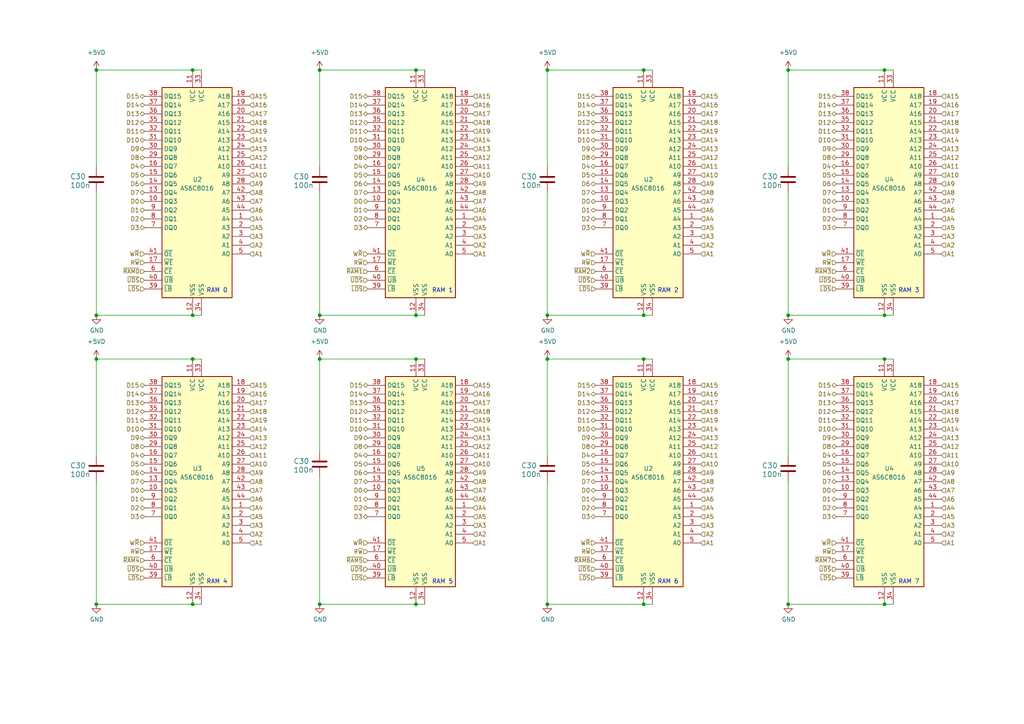
<source format=kicad_sch>
(kicad_sch (version 20230121) (generator eeschema)
  (paper "A4")
  (title_block (title "rosco_m68k Super Board") (date "2024-02-11") (rev "0") (company "The Really Old-School Company Limited & XarkLabs") (comment 1 "Copyright (c)2023") (comment 2 "CERN OHL & MIT License") (comment 3 "Featuring Xosera & MarkM's IDE"))
  (lib_symbols
    (symbol "Device:C" (pin_numbers hide) (pin_names (offset 0.254))
      (property "Reference" "C" (at 0.635 2.54 0))
      (property "Value" "C" (at 0.635 -2.54 0))
      (symbol "C_0_1"
        (polyline (pts (xy -2.032 -0.762) (xy 2.032 -0.762)) (stroke (width 0.508)))
        (polyline (pts (xy -2.032 0.762) (xy 2.032 0.762)) (stroke (width 0.508)))
      )
      (symbol "C_1_1"
        (pin passive line (at 0 3.81 270) (length 2.794) (name "~") (number "1"))
        (pin passive line (at 0 -3.81 90) (length 2.794) (name "~") (number "2"))
      )
    )
    (symbol "Memory_RAM:AS6C4016-TSOP-II"
      (property "Reference" "U" (at 0 0 0))
      (symbol "AS6C4016-TSOP-II_0_1"
        (rectangle (start -10.16 29.21) (end 10.16 -31.75) (stroke (width 0.254)) (fill (type background)))
      )
      (symbol "AS6C4016-TSOP-II_1_1"
        (pin input line (at 15.24 -8.89 180) (length 5.08) (name "A4") (number "1"))
        (pin bidirectional line (at -15.24 -3.81 0) (length 5.08) (name "DQ3") (number "10"))
        (pin power_in line (at -1.27 34.29 270) (length 5.08) (name "VCC") (number "11"))
        (pin power_in line (at -1.27 -36.83 90) (length 5.08) (name "VSS") (number "12"))
        (pin bidirectional line (at -15.24 -1.27 0) (length 5.08) (name "DQ4") (number "13"))
        (pin bidirectional line (at -15.24 1.27 0) (length 5.08) (name "DQ5") (number "14"))
        (pin bidirectional line (at -15.24 3.81 0) (length 5.08) (name "DQ6") (number "15"))
        (pin bidirectional line (at -15.24 6.35 0) (length 5.08) (name "DQ7") (number "16"))
        (pin input line (at -15.24 -21.59 0) (length 5.08) (name "~{WE}") (number "17"))
        (pin input line (at 15.24 26.67 180) (length 5.08) (name "A18") (number "18"))
        (pin input line (at 15.24 24.13 180) (length 5.08) (name "A17") (number "19"))
        (pin input line (at 15.24 -11.43 180) (length 5.08) (name "A3") (number "2"))
        (pin input line (at 15.24 21.59 180) (length 5.08) (name "A16") (number "20"))
        (pin input line (at 15.24 19.05 180) (length 5.08) (name "A15") (number "21"))
        (pin input line (at 15.24 16.51 180) (length 5.08) (name "A14") (number "22"))
        (pin input line (at 15.24 13.97 180) (length 5.08) (name "A13") (number "23"))
        (pin input line (at 15.24 11.43 180) (length 5.08) (name "A12") (number "24"))
        (pin input line (at 15.24 8.89 180) (length 5.08) (name "A11") (number "25"))
        (pin input line (at 15.24 6.35 180) (length 5.08) (name "A10") (number "26"))
        (pin input line (at 15.24 3.81 180) (length 5.08) (name "A9") (number "27"))
        (pin input line (at 15.24 1.27 180) (length 5.08) (name "A8") (number "28"))
        (pin bidirectional line (at -15.24 8.89 0) (length 5.08) (name "DQ8") (number "29"))
        (pin input line (at 15.24 -13.97 180) (length 5.08) (name "A2") (number "3"))
        (pin bidirectional line (at -15.24 11.43 0) (length 5.08) (name "DQ9") (number "30"))
        (pin bidirectional line (at -15.24 13.97 0) (length 5.08) (name "DQ10") (number "31"))
        (pin bidirectional line (at -15.24 16.51 0) (length 5.08) (name "DQ11") (number "32"))
        (pin power_in line (at 1.27 34.29 270) (length 5.08) (name "VCC") (number "33"))
        (pin power_in line (at 1.27 -36.83 90) (length 5.08) (name "VSS") (number "34"))
        (pin bidirectional line (at -15.24 19.05 0) (length 5.08) (name "DQ12") (number "35"))
        (pin bidirectional line (at -15.24 21.59 0) (length 5.08) (name "DQ13") (number "36"))
        (pin bidirectional line (at -15.24 24.13 0) (length 5.08) (name "DQ14") (number "37"))
        (pin bidirectional line (at -15.24 26.67 0) (length 5.08) (name "DQ15") (number "38"))
        (pin input line (at -15.24 -29.21 0) (length 5.08) (name "~{LB}") (number "39"))
        (pin input line (at 15.24 -16.51 180) (length 5.08) (name "A1") (number "4"))
        (pin input line (at -15.24 -26.67 0) (length 5.08) (name "~{UB}") (number "40"))
        (pin input line (at -15.24 -19.05 0) (length 5.08) (name "~{OE}") (number "41"))
        (pin input line (at 15.24 -1.27 180) (length 5.08) (name "A7") (number "42"))
        (pin input line (at 15.24 -3.81 180) (length 5.08) (name "A6") (number "43"))
        (pin input line (at 15.24 -6.35 180) (length 5.08) (name "A5") (number "44"))
        (pin input line (at 15.24 -19.05 180) (length 5.08) (name "A0") (number "5"))
        (pin input line (at -15.24 -24.13 0) (length 5.08) (name "~{CE}") (number "6"))
        (pin bidirectional line (at -15.24 -11.43 0) (length 5.08) (name "DQ0") (number "7"))
        (pin bidirectional line (at -15.24 -8.89 0) (length 5.08) (name "DQ1") (number "8"))
        (pin bidirectional line (at -15.24 -6.35 0) (length 5.08) (name "DQ2") (number "9"))
      )
    )
    (symbol "power:+5VD" (power) (pin_names (offset 0))
      (property "Value" "+5VD" (at 0 3.556 0))
      (symbol "+5VD_0_1"
        (polyline (pts (xy -0.762 1.27) (xy 0 2.54)))
        (polyline (pts (xy 0 0) (xy 0 2.54)))
        (polyline (pts (xy 0 2.54) (xy 0.762 1.27)))
      )
      (symbol "+5VD_1_1"
        (pin power_in line (at 0 0 90) (length 0) hide (name "+5VD") (number "1"))
      )
    )
    (symbol "power:GND" (power) (pin_names (offset 0))
      (property "Value" "GND" (at 0 -3.81 0))
      (symbol "GND_0_1"
        (polyline (pts (xy 0 0) (xy 0 -1.27) (xy 1.27 -1.27) (xy 0 -2.54) (xy -1.27 -1.27) (xy 0 -1.27)))
      )
      (symbol "GND_1_1"
        (pin power_in line (at 0 0 270) (length 0) hide (name "GND") (number "1"))
      )
    )
  )
  (junction (at 55.88 175.26))
  (junction (at 256.54 20.32))
  (junction (at 120.65 104.14))
  (junction (at 186.69 104.14))
  (junction (at 27.94 20.32))
  (junction (at 228.6 104.14))
  (junction (at 120.65 175.26))
  (junction (at 27.94 175.26))
  (junction (at 92.71 104.14))
  (junction (at 55.88 91.44))
  (junction (at 158.75 104.14))
  (junction (at 186.69 20.32))
  (junction (at 120.65 20.32))
  (junction (at 120.65 91.44))
  (junction (at 186.69 91.44))
  (junction (at 27.94 104.14))
  (junction (at 158.75 20.32))
  (junction (at 55.88 104.14))
  (junction (at 228.6 91.44))
  (junction (at 256.54 175.26))
  (junction (at 92.71 175.26))
  (junction (at 92.71 20.32))
  (junction (at 256.54 91.44))
  (junction (at 186.69 175.26))
  (junction (at 228.6 175.26))
  (junction (at 92.71 91.44))
  (junction (at 27.94 91.44))
  (junction (at 158.75 175.26))
  (junction (at 55.88 20.32))
  (junction (at 228.6 20.32))
  (junction (at 256.54 104.14))
  (junction (at 158.75 91.44))
  (wire (pts (xy 27.94 91.44) (xy 55.88 91.44)))
  (wire (pts (xy 228.6 104.14) (xy 228.6 132.08)))
  (wire (pts (xy 228.6 139.7) (xy 228.6 175.26)))
  (wire (pts (xy 186.69 175.26) (xy 189.23 175.26)))
  (wire (pts (xy 158.75 55.88) (xy 158.75 91.44)))
  (wire (pts (xy 186.69 20.32) (xy 189.23 20.32)))
  (wire (pts (xy 256.54 20.32) (xy 228.6 20.32)))
  (wire (pts (xy 256.54 104.14) (xy 259.08 104.14)))
  (wire (pts (xy 92.71 20.32) (xy 92.71 48.26)))
  (wire (pts (xy 55.88 175.26) (xy 58.42 175.26)))
  (wire (pts (xy 92.71 175.26) (xy 120.65 175.26)))
  (wire (pts (xy 120.65 175.26) (xy 123.19 175.26)))
  (wire (pts (xy 158.75 91.44) (xy 186.69 91.44)))
  (wire (pts (xy 55.88 20.32) (xy 58.42 20.32)))
  (wire (pts (xy 256.54 104.14) (xy 228.6 104.14)))
  (wire (pts (xy 158.75 20.32) (xy 158.75 48.26)))
  (wire (pts (xy 186.69 104.14) (xy 158.75 104.14)))
  (wire (pts (xy 228.6 55.88) (xy 228.6 91.44)))
  (wire (pts (xy 228.6 175.26) (xy 256.54 175.26)))
  (wire (pts (xy 55.88 91.44) (xy 58.42 91.44)))
  (wire (pts (xy 256.54 91.44) (xy 259.08 91.44)))
  (wire (pts (xy 27.94 55.88) (xy 27.94 91.44)))
  (wire (pts (xy 55.88 104.14) (xy 27.94 104.14)))
  (wire (pts (xy 186.69 91.44) (xy 189.23 91.44)))
  (wire (pts (xy 120.65 91.44) (xy 123.19 91.44)))
  (wire (pts (xy 92.71 104.14) (xy 92.71 130.81)))
  (wire (pts (xy 256.54 175.26) (xy 259.08 175.26)))
  (wire (pts (xy 120.65 104.14) (xy 123.19 104.14)))
  (wire (pts (xy 27.94 20.32) (xy 27.94 48.26)))
  (wire (pts (xy 55.88 20.32) (xy 27.94 20.32)))
  (wire (pts (xy 55.88 104.14) (xy 58.42 104.14)))
  (wire (pts (xy 27.94 104.14) (xy 27.94 132.08)))
  (wire (pts (xy 228.6 20.32) (xy 228.6 48.26)))
  (wire (pts (xy 92.71 91.44) (xy 120.65 91.44)))
  (wire (pts (xy 92.71 55.88) (xy 92.71 91.44)))
  (wire (pts (xy 256.54 20.32) (xy 259.08 20.32)))
  (wire (pts (xy 228.6 91.44) (xy 256.54 91.44)))
  (wire (pts (xy 27.94 139.7) (xy 27.94 175.26)))
  (wire (pts (xy 120.65 20.32) (xy 92.71 20.32)))
  (wire (pts (xy 27.94 175.26) (xy 55.88 175.26)))
  (wire (pts (xy 120.65 104.14) (xy 92.71 104.14)))
  (wire (pts (xy 120.65 20.32) (xy 123.19 20.32)))
  (wire (pts (xy 92.71 138.43) (xy 92.71 175.26)))
  (wire (pts (xy 158.75 175.26) (xy 186.69 175.26)))
  (wire (pts (xy 186.69 104.14) (xy 189.23 104.14)))
  (wire (pts (xy 158.75 104.14) (xy 158.75 132.08)))
  (wire (pts (xy 158.75 139.7) (xy 158.75 175.26)))
  (wire (pts (xy 186.69 20.32) (xy 158.75 20.32)))
  (text "RAM 3" (at 266.7 85.09 0) (effects (font (size 1.27 1.27)) (justify right bottom)))
  (text "RAM 5" (at 131.445 169.545 0) (effects (font (size 1.27 1.27)) (justify right bottom)))
  (text "RAM 1" (at 131.445 85.09 0) (effects (font (size 1.27 1.27)) (justify right bottom)))
  (text "RAM 4" (at 66.04 169.545 0) (effects (font (size 1.27 1.27)) (justify right bottom)))
  (text "RAM 6" (at 196.85 169.545 0) (effects (font (size 1.27 1.27)) (justify right bottom)))
  (text "RAM 7" (at 266.7 169.545 0) (effects (font (size 1.27 1.27)) (justify right bottom)))
  (text "RAM 2" (at 196.85 85.09 0) (effects (font (size 1.27 1.27)) (justify right bottom)))
  (text "RAM 0" (at 66.04 85.09 0) (effects (font (size 1.27 1.27)) (justify right bottom)))
  (hierarchical_label "A5" (shape input) (at 72.39 149.86 0))
  (hierarchical_label "A14" (shape input) (at 137.16 124.46 0))
  (hierarchical_label "~{LDS}" (shape input) (at 106.68 83.82 180) (effects (font (size 1.1938 1.1938))))
  (hierarchical_label "R~{W}" (shape input) (at 242.57 160.02 180) (effects (font (size 1.1938 1.1938))))
  (hierarchical_label "D7" (shape bidirectional) (at 242.57 55.88 180))
  (hierarchical_label "A19" (shape input) (at 72.39 121.92 0))
  (hierarchical_label "~{UDS}" (shape input) (at 41.91 165.1 180) (effects (font (size 1.1938 1.1938))))
  (hierarchical_label "A2" (shape input) (at 203.2 154.94 0))
  (hierarchical_label "A14" (shape input) (at 137.16 40.64 0))
  (hierarchical_label "D13" (shape bidirectional) (at 41.91 33.02 180))
  (hierarchical_label "A12" (shape input) (at 72.39 45.72 0))
  (hierarchical_label "D10" (shape bidirectional) (at 106.68 124.46 180))
  (hierarchical_label "A13" (shape input) (at 203.2 127 0))
  (hierarchical_label "D10" (shape bidirectional) (at 172.72 124.46 180))
  (hierarchical_label "~{RAM1}" (shape input) (at 106.68 78.74 180) (effects (font (size 1.1938 1.1938))))
  (hierarchical_label "W~{R}" (shape input) (at 106.68 73.66 180))
  (hierarchical_label "A9" (shape input) (at 72.39 53.34 0))
  (hierarchical_label "A19" (shape input) (at 273.05 38.1 0))
  (hierarchical_label "A12" (shape input) (at 137.16 129.54 0))
  (hierarchical_label "A6" (shape input) (at 137.16 144.78 0))
  (hierarchical_label "D8" (shape bidirectional) (at 242.57 45.72 180))
  (hierarchical_label "A11" (shape input) (at 273.05 132.08 0))
  (hierarchical_label "A6" (shape input) (at 203.2 60.96 0))
  (hierarchical_label "D10" (shape bidirectional) (at 172.72 40.64 180))
  (hierarchical_label "A10" (shape input) (at 72.39 50.8 0))
  (hierarchical_label "D13" (shape bidirectional) (at 106.68 116.84 180))
  (hierarchical_label "D3" (shape bidirectional) (at 242.57 149.86 180))
  (hierarchical_label "D0" (shape bidirectional) (at 172.72 58.42 180))
  (hierarchical_label "~{LDS}" (shape input) (at 106.68 167.64 180) (effects (font (size 1.1938 1.1938))))
  (hierarchical_label "A4" (shape input) (at 137.16 63.5 0))
  (hierarchical_label "A14" (shape input) (at 203.2 124.46 0))
  (hierarchical_label "A8" (shape input) (at 203.2 139.7 0))
  (hierarchical_label "A17" (shape input) (at 137.16 33.02 0))
  (hierarchical_label "D9" (shape bidirectional) (at 41.91 127 180))
  (hierarchical_label "D12" (shape bidirectional) (at 242.57 119.38 180))
  (hierarchical_label "D9" (shape bidirectional) (at 242.57 43.18 180))
  (hierarchical_label "D12" (shape bidirectional) (at 172.72 119.38 180))
  (hierarchical_label "D6" (shape bidirectional) (at 106.68 137.16 180))
  (hierarchical_label "D8" (shape bidirectional) (at 41.91 129.54 180))
  (hierarchical_label "A18" (shape input) (at 273.05 119.38 0))
  (hierarchical_label "A19" (shape input) (at 137.16 121.92 0))
  (hierarchical_label "D11" (shape bidirectional) (at 172.72 38.1 180))
  (hierarchical_label "D1" (shape bidirectional) (at 106.68 144.78 180))
  (hierarchical_label "A4" (shape input) (at 72.39 63.5 0))
  (hierarchical_label "D1" (shape bidirectional) (at 41.91 60.96 180))
  (hierarchical_label "A5" (shape input) (at 203.2 66.04 0))
  (hierarchical_label "D0" (shape bidirectional) (at 106.68 58.42 180))
  (hierarchical_label "~{RAM6}" (shape input) (at 172.72 162.56 180) (effects (font (size 1.1938 1.1938))))
  (hierarchical_label "D3" (shape bidirectional) (at 172.72 149.86 180))
  (hierarchical_label "A14" (shape input) (at 273.05 40.64 0))
  (hierarchical_label "A1" (shape input) (at 203.2 73.66 0))
  (hierarchical_label "A4" (shape input) (at 273.05 147.32 0))
  (hierarchical_label "A19" (shape input) (at 137.16 38.1 0))
  (hierarchical_label "D10" (shape bidirectional) (at 41.91 124.46 180))
  (hierarchical_label "A11" (shape input) (at 203.2 48.26 0))
  (hierarchical_label "D15" (shape bidirectional) (at 41.91 111.76 180))
  (hierarchical_label "A10" (shape input) (at 273.05 50.8 0))
  (hierarchical_label "D13" (shape bidirectional) (at 172.72 116.84 180))
  (hierarchical_label "D15" (shape bidirectional) (at 106.68 111.76 180))
  (hierarchical_label "D2" (shape bidirectional) (at 172.72 63.5 180))
  (hierarchical_label "A5" (shape input) (at 72.39 66.04 0))
  (hierarchical_label "A11" (shape input) (at 72.39 48.26 0))
  (hierarchical_label "A5" (shape input) (at 273.05 149.86 0))
  (hierarchical_label "D10" (shape bidirectional) (at 242.57 40.64 180))
  (hierarchical_label "A4" (shape input) (at 203.2 63.5 0))
  (hierarchical_label "D13" (shape bidirectional) (at 41.91 116.84 180))
  (hierarchical_label "D8" (shape bidirectional) (at 106.68 45.72 180))
  (hierarchical_label "D9" (shape bidirectional) (at 242.57 127 180))
  (hierarchical_label "W~{R}" (shape input) (at 41.91 157.48 180))
  (hierarchical_label "D4" (shape bidirectional) (at 41.91 132.08 180))
  (hierarchical_label "D13" (shape bidirectional) (at 242.57 33.02 180))
  (hierarchical_label "~{LDS}" (shape input) (at 172.72 167.64 180) (effects (font (size 1.1938 1.1938))))
  (hierarchical_label "~{UDS}" (shape input) (at 242.57 165.1 180) (effects (font (size 1.1938 1.1938))))
  (hierarchical_label "D4" (shape bidirectional) (at 41.91 48.26 180))
  (hierarchical_label "A2" (shape input) (at 72.39 71.12 0))
  (hierarchical_label "D2" (shape bidirectional) (at 106.68 63.5 180))
  (hierarchical_label "D14" (shape bidirectional) (at 242.57 30.48 180))
  (hierarchical_label "A1" (shape input) (at 203.2 157.48 0))
  (hierarchical_label "R~{W}" (shape input) (at 242.57 76.2 180) (effects (font (size 1.1938 1.1938))))
  (hierarchical_label "A16" (shape input) (at 72.39 114.3 0))
  (hierarchical_label "A14" (shape input) (at 72.39 124.46 0))
  (hierarchical_label "A7" (shape input) (at 273.05 142.24 0))
  (hierarchical_label "A18" (shape input) (at 72.39 35.56 0))
  (hierarchical_label "A17" (shape input) (at 72.39 116.84 0))
  (hierarchical_label "A6" (shape input) (at 203.2 144.78 0))
  (hierarchical_label "A17" (shape input) (at 203.2 116.84 0))
  (hierarchical_label "D12" (shape bidirectional) (at 106.68 119.38 180))
  (hierarchical_label "A13" (shape input) (at 273.05 127 0))
  (hierarchical_label "D6" (shape bidirectional) (at 41.91 137.16 180))
  (hierarchical_label "~{UDS}" (shape input) (at 106.68 165.1 180) (effects (font (size 1.1938 1.1938))))
  (hierarchical_label "D0" (shape bidirectional) (at 242.57 58.42 180))
  (hierarchical_label "D5" (shape bidirectional) (at 242.57 50.8 180))
  (hierarchical_label "A15" (shape input) (at 203.2 111.76 0))
  (hierarchical_label "R~{W}" (shape input) (at 106.68 160.02 180) (effects (font (size 1.1938 1.1938))))
  (hierarchical_label "D4" (shape bidirectional) (at 172.72 132.08 180))
  (hierarchical_label "~{LDS}" (shape input) (at 242.57 167.64 180) (effects (font (size 1.1938 1.1938))))
  (hierarchical_label "D2" (shape bidirectional) (at 172.72 147.32 180))
  (hierarchical_label "A15" (shape input) (at 273.05 111.76 0))
  (hierarchical_label "D14" (shape bidirectional) (at 172.72 30.48 180))
  (hierarchical_label "D7" (shape bidirectional) (at 41.91 55.88 180))
  (hierarchical_label "A19" (shape input) (at 273.05 121.92 0))
  (hierarchical_label "D4" (shape bidirectional) (at 172.72 48.26 180))
  (hierarchical_label "A19" (shape input) (at 203.2 121.92 0))
  (hierarchical_label "D8" (shape bidirectional) (at 172.72 45.72 180))
  (hierarchical_label "A7" (shape input) (at 203.2 58.42 0))
  (hierarchical_label "D0" (shape bidirectional) (at 106.68 142.24 180))
  (hierarchical_label "D8" (shape bidirectional) (at 242.57 129.54 180))
  (hierarchical_label "A8" (shape input) (at 273.05 139.7 0))
  (hierarchical_label "D3" (shape bidirectional) (at 41.91 66.04 180))
  (hierarchical_label "D7" (shape bidirectional) (at 242.57 139.7 180))
  (hierarchical_label "D14" (shape bidirectional) (at 41.91 114.3 180))
  (hierarchical_label "A17" (shape input) (at 203.2 33.02 0))
  (hierarchical_label "~{UDS}" (shape input) (at 242.57 81.28 180) (effects (font (size 1.1938 1.1938))))
  (hierarchical_label "A9" (shape input) (at 273.05 137.16 0))
  (hierarchical_label "A7" (shape input) (at 72.39 142.24 0))
  (hierarchical_label "D8" (shape bidirectional) (at 172.72 129.54 180))
  (hierarchical_label "A12" (shape input) (at 273.05 129.54 0))
  (hierarchical_label "D1" (shape bidirectional) (at 106.68 60.96 180))
  (hierarchical_label "A17" (shape input) (at 273.05 116.84 0))
  (hierarchical_label "A4" (shape input) (at 203.2 147.32 0))
  (hierarchical_label "D14" (shape bidirectional) (at 106.68 30.48 180))
  (hierarchical_label "D10" (shape bidirectional) (at 106.68 40.64 180))
  (hierarchical_label "W~{R}" (shape input) (at 242.57 157.48 180))
  (hierarchical_label "A16" (shape input) (at 273.05 114.3 0))
  (hierarchical_label "A9" (shape input) (at 273.05 53.34 0))
  (hierarchical_label "D11" (shape bidirectional) (at 106.68 121.92 180))
  (hierarchical_label "A7" (shape input) (at 72.39 58.42 0))
  (hierarchical_label "D14" (shape bidirectional) (at 41.91 30.48 180))
  (hierarchical_label "R~{W}" (shape input) (at 41.91 160.02 180) (effects (font (size 1.1938 1.1938))))
  (hierarchical_label "D1" (shape bidirectional) (at 242.57 144.78 180))
  (hierarchical_label "A5" (shape input) (at 137.16 149.86 0))
  (hierarchical_label "D11" (shape bidirectional) (at 41.91 121.92 180))
  (hierarchical_label "A7" (shape input) (at 137.16 58.42 0))
  (hierarchical_label "A1" (shape input) (at 137.16 157.48 0))
  (hierarchical_label "A9" (shape input) (at 203.2 53.34 0))
  (hierarchical_label "A12" (shape input) (at 273.05 45.72 0))
  (hierarchical_label "D5" (shape bidirectional) (at 106.68 134.62 180))
  (hierarchical_label "D11" (shape bidirectional) (at 242.57 38.1 180))
  (hierarchical_label "A6" (shape input) (at 273.05 60.96 0))
  (hierarchical_label "A8" (shape input) (at 137.16 55.88 0))
  (hierarchical_label "D5" (shape bidirectional) (at 106.68 50.8 180))
  (hierarchical_label "D6" (shape bidirectional) (at 106.68 53.34 180))
  (hierarchical_label "D11" (shape bidirectional) (at 106.68 38.1 180))
  (hierarchical_label "A13" (shape input) (at 72.39 127 0))
  (hierarchical_label "D6" (shape bidirectional) (at 242.57 53.34 180))
  (hierarchical_label "A10" (shape input) (at 203.2 134.62 0))
  (hierarchical_label "D14" (shape bidirectional) (at 242.57 114.3 180))
  (hierarchical_label "D12" (shape bidirectional) (at 242.57 35.56 180))
  (hierarchical_label "W~{R}" (shape input) (at 172.72 73.66 180))
  (hierarchical_label "D15" (shape bidirectional) (at 41.91 27.94 180))
  (hierarchical_label "D4" (shape bidirectional) (at 106.68 132.08 180))
  (hierarchical_label "A6" (shape input) (at 72.39 60.96 0))
  (hierarchical_label "A4" (shape input) (at 137.16 147.32 0))
  (hierarchical_label "W~{R}" (shape input) (at 242.57 73.66 180))
  (hierarchical_label "A10" (shape input) (at 137.16 134.62 0))
  (hierarchical_label "D1" (shape bidirectional) (at 41.91 144.78 180))
  (hierarchical_label "A18" (shape input) (at 72.39 119.38 0))
  (hierarchical_label "D1" (shape bidirectional) (at 242.57 60.96 180))
  (hierarchical_label "D15" (shape bidirectional) (at 242.57 27.94 180))
  (hierarchical_label "A16" (shape input) (at 137.16 114.3 0))
  (hierarchical_label "A12" (shape input) (at 137.16 45.72 0))
  (hierarchical_label "~{RAM5}" (shape input) (at 106.68 162.56 180) (effects (font (size 1.1938 1.1938))))
  (hierarchical_label "A18" (shape input) (at 273.05 35.56 0))
  (hierarchical_label "R~{W}" (shape input) (at 172.72 160.02 180) (effects (font (size 1.1938 1.1938))))
  (hierarchical_label "A11" (shape input) (at 137.16 132.08 0))
  (hierarchical_label "A5" (shape input) (at 137.16 66.04 0))
  (hierarchical_label "~{LDS}" (shape input) (at 41.91 167.64 180) (effects (font (size 1.1938 1.1938))))
  (hierarchical_label "A3" (shape input) (at 72.39 68.58 0))
  (hierarchical_label "A4" (shape input) (at 72.39 147.32 0))
  (hierarchical_label "D9" (shape bidirectional) (at 172.72 127 180))
  (hierarchical_label "R~{W}" (shape input) (at 41.91 76.2 180) (effects (font (size 1.1938 1.1938))))
  (hierarchical_label "A3" (shape input) (at 203.2 152.4 0))
  (hierarchical_label "A16" (shape input) (at 137.16 30.48 0))
  (hierarchical_label "A11" (shape input) (at 137.16 48.26 0))
  (hierarchical_label "~{LDS}" (shape input) (at 172.72 83.82 180) (effects (font (size 1.1938 1.1938))))
  (hierarchical_label "A19" (shape input) (at 72.39 38.1 0))
  (hierarchical_label "D2" (shape bidirectional) (at 242.57 63.5 180))
  (hierarchical_label "D3" (shape bidirectional) (at 106.68 149.86 180))
  (hierarchical_label "A12" (shape input) (at 203.2 129.54 0))
  (hierarchical_label "D10" (shape bidirectional) (at 41.91 40.64 180))
  (hierarchical_label "D6" (shape bidirectional) (at 242.57 137.16 180))
  (hierarchical_label "A4" (shape input) (at 273.05 63.5 0))
  (hierarchical_label "A2" (shape input) (at 137.16 154.94 0))
  (hierarchical_label "W~{R}" (shape input) (at 172.72 157.48 180))
  (hierarchical_label "D0" (shape bidirectional) (at 172.72 142.24 180))
  (hierarchical_label "A9" (shape input) (at 72.39 137.16 0))
  (hierarchical_label "D5" (shape bidirectional) (at 41.91 50.8 180))
  (hierarchical_label "D0" (shape bidirectional) (at 41.91 58.42 180))
  (hierarchical_label "D12" (shape bidirectional) (at 41.91 35.56 180))
  (hierarchical_label "A7" (shape input) (at 273.05 58.42 0))
  (hierarchical_label "A8" (shape input) (at 72.39 55.88 0))
  (hierarchical_label "A9" (shape input) (at 137.16 53.34 0))
  (hierarchical_label "D2" (shape bidirectional) (at 41.91 63.5 180))
  (hierarchical_label "D10" (shape bidirectional) (at 242.57 124.46 180))
  (hierarchical_label "D12" (shape bidirectional) (at 41.91 119.38 180))
  (hierarchical_label "D11" (shape bidirectional) (at 242.57 121.92 180))
  (hierarchical_label "A16" (shape input) (at 72.39 30.48 0))
  (hierarchical_label "A9" (shape input) (at 203.2 137.16 0))
  (hierarchical_label "A13" (shape input) (at 137.16 127 0))
  (hierarchical_label "A2" (shape input) (at 137.16 71.12 0))
  (hierarchical_label "A13" (shape input) (at 273.05 43.18 0))
  (hierarchical_label "A5" (shape input) (at 203.2 149.86 0))
  (hierarchical_label "W~{R}" (shape input) (at 106.68 157.48 180))
  (hierarchical_label "D14" (shape bidirectional) (at 106.68 114.3 180))
  (hierarchical_label "~{UDS}" (shape input) (at 106.68 81.28 180) (effects (font (size 1.1938 1.1938))))
  (hierarchical_label "D2" (shape bidirectional) (at 106.68 147.32 180))
  (hierarchical_label "D4" (shape bidirectional) (at 106.68 48.26 180))
  (hierarchical_label "A3" (shape input) (at 137.16 152.4 0))
  (hierarchical_label "D2" (shape bidirectional) (at 41.91 147.32 180))
  (hierarchical_label "A16" (shape input) (at 203.2 114.3 0))
  (hierarchical_label "~{UDS}" (shape input) (at 41.91 81.28 180) (effects (font (size 1.1938 1.1938))))
  (hierarchical_label "A10" (shape input) (at 203.2 50.8 0))
  (hierarchical_label "A17" (shape input) (at 72.39 33.02 0))
  (hierarchical_label "A6" (shape input) (at 273.05 144.78 0))
  (hierarchical_label "~{RAM4}" (shape input) (at 41.91 162.56 180) (effects (font (size 1.1938 1.1938))))
  (hierarchical_label "A12" (shape input) (at 72.39 129.54 0))
  (hierarchical_label "D7" (shape bidirectional) (at 172.72 55.88 180))
  (hierarchical_label "A13" (shape input) (at 72.39 43.18 0))
  (hierarchical_label "A17" (shape input) (at 273.05 33.02 0))
  (hierarchical_label "D3" (shape bidirectional) (at 242.57 66.04 180))
  (hierarchical_label "~{LDS}" (shape input) (at 41.91 83.82 180) (effects (font (size 1.1938 1.1938))))
  (hierarchical_label "A17" (shape input) (at 137.16 116.84 0))
  (hierarchical_label "D8" (shape bidirectional) (at 41.91 45.72 180))
  (hierarchical_label "D5" (shape bidirectional) (at 172.72 50.8 180))
  (hierarchical_label "D3" (shape bidirectional) (at 106.68 66.04 180))
  (hierarchical_label "D13" (shape bidirectional) (at 242.57 116.84 180))
  (hierarchical_label "D4" (shape bidirectional) (at 242.57 48.26 180))
  (hierarchical_label "D13" (shape bidirectional) (at 172.72 33.02 180))
  (hierarchical_label "A19" (shape input) (at 203.2 38.1 0))
  (hierarchical_label "A5" (shape input) (at 273.05 66.04 0))
  (hierarchical_label "A14" (shape input) (at 203.2 40.64 0))
  (hierarchical_label "A18" (shape input) (at 137.16 119.38 0))
  (hierarchical_label "~{UDS}" (shape input) (at 172.72 81.28 180) (effects (font (size 1.1938 1.1938))))
  (hierarchical_label "D7" (shape bidirectional) (at 106.68 55.88 180))
  (hierarchical_label "A16" (shape input) (at 273.05 30.48 0))
  (hierarchical_label "A2" (shape input) (at 72.39 154.94 0))
  (hierarchical_label "D6" (shape bidirectional) (at 172.72 137.16 180))
  (hierarchical_label "A7" (shape input) (at 203.2 142.24 0))
  (hierarchical_label "D9" (shape bidirectional) (at 41.91 43.18 180))
  (hierarchical_label "D1" (shape bidirectional) (at 172.72 144.78 180))
  (hierarchical_label "D11" (shape bidirectional) (at 41.91 38.1 180))
  (hierarchical_label "A1" (shape input) (at 137.16 73.66 0))
  (hierarchical_label "A1" (shape input) (at 72.39 157.48 0))
  (hierarchical_label "R~{W}" (shape input) (at 172.72 76.2 180) (effects (font (size 1.1938 1.1938))))
  (hierarchical_label "D6" (shape bidirectional) (at 172.72 53.34 180))
  (hierarchical_label "D5" (shape bidirectional) (at 41.91 134.62 180))
  (hierarchical_label "~{LDS}" (shape input) (at 242.57 83.82 180) (effects (font (size 1.1938 1.1938))))
  (hierarchical_label "A1" (shape input) (at 273.05 157.48 0))
  (hierarchical_label "A10" (shape input) (at 72.39 134.62 0))
  (hierarchical_label "A15" (shape input) (at 137.16 27.94 0))
  (hierarchical_label "A7" (shape input) (at 137.16 142.24 0))
  (hierarchical_label "A3" (shape input) (at 273.05 152.4 0))
  (hierarchical_label "W~{R}" (shape input) (at 41.91 73.66 180))
  (hierarchical_label "A13" (shape input) (at 203.2 43.18 0))
  (hierarchical_label "D15" (shape bidirectional) (at 172.72 27.94 180))
  (hierarchical_label "A8" (shape input) (at 137.16 139.7 0))
  (hierarchical_label "~{RAM2}" (shape input) (at 172.72 78.74 180) (effects (font (size 1.1938 1.1938))))
  (hierarchical_label "D6" (shape bidirectional) (at 41.91 53.34 180))
  (hierarchical_label "A8" (shape input) (at 203.2 55.88 0))
  (hierarchical_label "D5" (shape bidirectional) (at 242.57 134.62 180))
  (hierarchical_label "D7" (shape bidirectional) (at 106.68 139.7 180))
  (hierarchical_label "A11" (shape input) (at 203.2 132.08 0))
  (hierarchical_label "A11" (shape input) (at 72.39 132.08 0))
  (hierarchical_label "A3" (shape input) (at 273.05 68.58 0))
  (hierarchical_label "A14" (shape input) (at 72.39 40.64 0))
  (hierarchical_label "A15" (shape input) (at 273.05 27.94 0))
  (hierarchical_label "~{UDS}" (shape input) (at 172.72 165.1 180) (effects (font (size 1.1938 1.1938))))
  (hierarchical_label "~{RAM7}" (shape input) (at 242.57 162.56 180) (effects (font (size 1.1938 1.1938))))
  (hierarchical_label "A15" (shape input) (at 203.2 27.94 0))
  (hierarchical_label "A3" (shape input) (at 203.2 68.58 0))
  (hierarchical_label "A15" (shape input) (at 72.39 27.94 0))
  (hierarchical_label "R~{W}" (shape input) (at 106.68 76.2 180) (effects (font (size 1.1938 1.1938))))
  (hierarchical_label "A16" (shape input) (at 203.2 30.48 0))
  (hierarchical_label "A10" (shape input) (at 273.05 134.62 0))
  (hierarchical_label "A18" (shape input) (at 137.16 35.56 0))
  (hierarchical_label "D15" (shape bidirectional) (at 242.57 111.76 180))
  (hierarchical_label "~{RAM0}" (shape input) (at 41.91 78.74 180) (effects (font (size 1.1938 1.1938))))
  (hierarchical_label "D3" (shape bidirectional) (at 41.91 149.86 180))
  (hierarchical_label "A12" (shape input) (at 203.2 45.72 0))
  (hierarchical_label "D15" (shape bidirectional) (at 106.68 27.94 180))
  (hierarchical_label "D0" (shape bidirectional) (at 41.91 142.24 180))
  (hierarchical_label "D2" (shape bidirectional) (at 242.57 147.32 180))
  (hierarchical_label "A1" (shape input) (at 72.39 73.66 0))
  (hierarchical_label "A2" (shape input) (at 273.05 71.12 0))
  (hierarchical_label "~{RAM3}" (shape input) (at 242.57 78.74 180) (effects (font (size 1.1938 1.1938))))
  (hierarchical_label "D7" (shape bidirectional) (at 41.91 139.7 180))
  (hierarchical_label "A18" (shape input) (at 203.2 35.56 0))
  (hierarchical_label "A10" (shape input) (at 137.16 50.8 0))
  (hierarchical_label "A15" (shape input) (at 137.16 111.76 0))
  (hierarchical_label "D7" (shape bidirectional) (at 172.72 139.7 180))
  (hierarchical_label "D9" (shape bidirectional) (at 106.68 43.18 180))
  (hierarchical_label "A8" (shape input) (at 273.05 55.88 0))
  (hierarchical_label "A6" (shape input) (at 137.16 60.96 0))
  (hierarchical_label "D0" (shape bidirectional) (at 242.57 142.24 180))
  (hierarchical_label "A1" (shape input) (at 273.05 73.66 0))
  (hierarchical_label "D3" (shape bidirectional) (at 172.72 66.04 180))
  (hierarchical_label "D12" (shape bidirectional) (at 106.68 35.56 180))
  (hierarchical_label "A2" (shape input) (at 203.2 71.12 0))
  (hierarchical_label "A8" (shape input) (at 72.39 139.7 0))
  (hierarchical_label "D12" (shape bidirectional) (at 172.72 35.56 180))
  (hierarchical_label "A15" (shape input) (at 72.39 111.76 0))
  (hierarchical_label "D13" (shape bidirectional) (at 106.68 33.02 180))
  (hierarchical_label "A13" (shape input) (at 137.16 43.18 0))
  (hierarchical_label "D5" (shape bidirectional) (at 172.72 134.62 180))
  (hierarchical_label "D15" (shape bidirectional) (at 172.72 111.76 180))
  (hierarchical_label "A18" (shape input) (at 203.2 119.38 0))
  (hierarchical_label "D1" (shape bidirectional) (at 172.72 60.96 180))
  (hierarchical_label "D8" (shape bidirectional) (at 106.68 129.54 180))
  (hierarchical_label "A9" (shape input) (at 137.16 137.16 0))
  (hierarchical_label "A2" (shape input) (at 273.05 154.94 0))
  (hierarchical_label "D14" (shape bidirectional) (at 172.72 114.3 180))
  (hierarchical_label "A11" (shape input) (at 273.05 48.26 0))
  (hierarchical_label "D9" (shape bidirectional) (at 172.72 43.18 180))
  (hierarchical_label "D4" (shape bidirectional) (at 242.57 132.08 180))
  (hierarchical_label "A14" (shape input) (at 273.05 124.46 0))
  (hierarchical_label "D11" (shape bidirectional) (at 172.72 121.92 180))
  (hierarchical_label "A6" (shape input) (at 72.39 144.78 0))
  (hierarchical_label "A3" (shape input) (at 72.39 152.4 0))
  (hierarchical_label "A3" (shape input) (at 137.16 68.58 0))
  (hierarchical_label "D9" (shape bidirectional) (at 106.68 127 180))
  (symbol (lib_id "Memory_RAM:AS6C4016-TSOP-II") (at 257.81 138.43 0) (unit 1)
    (property "Reference" "U4" (at 256.54 135.89 0) (effects (justify left)))
    (property "Value" "AS6C8016" (at 257.81 138.43 0))
    (property "Footprint" "Package_SO:TSOP-II-44_10.16x18.41mm_P0.8mm" (effects hide))
    (property "Datasheet" "https://www.mouser.co.uk/datasheet/2/12/AS6C8016-1775761.pdf" (effects hide))
    (instances (project "rosco_m68k" (path "" (reference "U4") (unit 1))) (project "Xosera2" (path "" (reference "U4") (unit 1)) (path "" (reference "U9") (unit 1))))
  )
  (symbol (lib_id "power:+5VD") (at 27.94 104.14 0) (unit 1)
    (property "Reference" "#PWR0164" (effects hide))
    (property "Value" "+5VD" (at 27.94 99.06 0))
  )
  (symbol (lib_id "power:+5VD") (at 158.75 104.14 0) (unit 1)
    (property "Reference" "#PWR0162" (effects hide))
    (property "Value" "+5VD" (at 158.75 99.06 0))
  )
  (symbol (lib_id "Memory_RAM:AS6C4016-TSOP-II") (at 57.15 138.43 0) (unit 1)
    (property "Reference" "U3" (at 55.88 135.89 0) (effects (justify left)))
    (property "Value" "AS6C8016" (at 57.15 138.43 0))
    (property "Footprint" "Package_SO:TSOP-II-44_10.16x18.41mm_P0.8mm" (effects hide))
    (property "Datasheet" "https://www.mouser.co.uk/datasheet/2/12/AS6C8016-1775761.pdf" (effects hide))
    (instances (project "rosco_m68k" (path "" (reference "U3") (unit 1))) (project "Xosera2" (path "" (reference "U3") (unit 1)) (path "" (reference "U6") (unit 1))))
  )
  (symbol (lib_id "power:+5VD") (at 228.6 20.32 0) (unit 1)
    (property "Reference" "#PWR0160" (effects hide))
    (property "Value" "+5VD" (at 228.6 15.24 0))
  )
  (symbol (lib_id "power:+5VD") (at 92.71 20.32 0) (unit 1)
    (property "Reference" "#PWR0151" (effects hide))
    (property "Value" "+5VD" (at 92.71 15.24 0))
  )
  (symbol (lib_id "power:+5VD") (at 92.71 104.14 0) (unit 1)
    (property "Reference" "#PWR0163" (effects hide))
    (property "Value" "+5VD" (at 92.71 99.06 0))
  )
  (symbol (lib_id "power:+5VD") (at 158.75 20.32 0) (unit 1)
    (property "Reference" "#PWR0157" (effects hide))
    (property "Value" "+5VD" (at 158.75 15.24 0))
  )
  (symbol (lib_id "Device:C") (at 92.71 134.62 0) (unit 1)
    (property "Reference" "C30" (at 85.09 134.62 0) (effects (font (size 1.4986 1.4986)) (justify left bottom)))
    (property "Value" "100n" (at 85.09 137.16 0) (effects (font (size 1.4986 1.4986)) (justify left bottom)))
    (property "Footprint" "Capacitor_SMD:C_0402_1005Metric" (effects hide))
    (instances (project "rosco_m68k" (path "" (reference "C30") (unit 1))) (project "Xosera2" (path "" (reference "C59") (unit 1)) (path "" (reference "C60") (unit 1))))
  )
  (symbol (lib_id "Memory_RAM:AS6C4016-TSOP-II") (at 187.96 54.61 0) (unit 1)
    (property "Reference" "U2" (at 186.69 52.07 0) (effects (justify left)))
    (property "Value" "AS6C8016" (at 187.96 54.61 0))
    (property "Footprint" "Package_SO:TSOP-II-44_10.16x18.41mm_P0.8mm" (effects hide))
    (property "Datasheet" "https://www.mouser.co.uk/datasheet/2/12/AS6C8016-1775761.pdf" (effects hide))
    (instances (project "rosco_m68k" (path "" (reference "U2") (unit 1))) (project "Xosera2" (path "" (reference "U2") (unit 1)) (path "" (reference "U4") (unit 1))))
  )
  (symbol (lib_id "Memory_RAM:AS6C4016-TSOP-II") (at 257.81 54.61 0) (unit 1)
    (property "Reference" "U4" (at 256.54 52.07 0) (effects (justify left)))
    (property "Value" "AS6C8016" (at 257.81 54.61 0))
    (property "Footprint" "Package_SO:TSOP-II-44_10.16x18.41mm_P0.8mm" (effects hide))
    (property "Datasheet" "https://www.mouser.co.uk/datasheet/2/12/AS6C8016-1775761.pdf" (effects hide))
    (instances (project "rosco_m68k" (path "" (reference "U4") (unit 1))) (project "Xosera2" (path "" (reference "U4") (unit 1)) (path "" (reference "U5") (unit 1))))
  )
  (symbol (lib_id "Device:C") (at 228.6 135.89 0) (unit 1)
    (property "Reference" "C30" (at 220.98 135.89 0) (effects (font (size 1.4986 1.4986)) (justify left bottom)))
    (property "Value" "100n" (at 220.98 138.43 0) (effects (font (size 1.4986 1.4986)) (justify left bottom)))
    (property "Footprint" "Capacitor_SMD:C_0402_1005Metric" (effects hide))
    (instances (project "rosco_m68k" (path "" (reference "C30") (unit 1))) (project "Xosera2" (path "" (reference "C59") (unit 1)) (path "" (reference "C62") (unit 1))))
  )
  (symbol (lib_id "power:+5VD") (at 27.94 20.32 0) (unit 1)
    (property "Reference" "#PWR0149" (effects hide))
    (property "Value" "+5VD" (at 27.94 15.24 0))
  )
  (symbol (lib_id "Device:C") (at 228.6 52.07 0) (unit 1)
    (property "Reference" "C30" (at 220.98 52.07 0) (effects (font (size 1.4986 1.4986)) (justify left bottom)))
    (property "Value" "100n" (at 220.98 54.61 0) (effects (font (size 1.4986 1.4986)) (justify left bottom)))
    (property "Footprint" "Capacitor_SMD:C_0402_1005Metric" (effects hide))
    (instances (project "rosco_m68k" (path "" (reference "C30") (unit 1))) (project "Xosera2" (path "" (reference "C59") (unit 1)) (path "" (reference "C54") (unit 1))))
  )
  (symbol (lib_id "power:GND") (at 228.6 175.26 0) (unit 1)
    (property "Reference" "#PWR051" (effects hide))
    (property "Value" "GND" (at 228.727 179.6542 0))
    (instances (project "rosco_m68k" (path "" (reference "#PWR051") (unit 1))) (project "Xosera2" (path "" (reference "#PWR0119") (unit 1)) (path "" (reference "#PWR0129") (unit 1))))
  )
  (symbol (lib_id "power:GND") (at 158.75 175.26 0) (unit 1)
    (property "Reference" "#PWR047" (effects hide))
    (property "Value" "GND" (at 158.877 179.6542 0))
    (instances (project "rosco_m68k" (path "" (reference "#PWR047") (unit 1))) (project "Xosera2" (path "" (reference "#PWR0115") (unit 1)) (path "" (reference "#PWR0127") (unit 1))))
  )
  (symbol (lib_id "Memory_RAM:AS6C4016-TSOP-II") (at 121.92 138.43 0) (unit 1)
    (property "Reference" "U5" (at 120.65 135.89 0) (effects (justify left)))
    (property "Value" "AS6C8016" (at 121.92 138.43 0))
    (property "Footprint" "Package_SO:TSOP-II-44_10.16x18.41mm_P0.8mm" (effects hide))
    (property "Datasheet" "https://www.mouser.co.uk/datasheet/2/12/AS6C8016-1775761.pdf" (effects hide))
    (instances (project "rosco_m68k" (path "" (reference "U5") (unit 1))) (project "Xosera2" (path "" (reference "U5") (unit 1)) (path "" (reference "U7") (unit 1))))
  )
  (symbol (lib_id "Device:C") (at 27.94 135.89 0) (unit 1)
    (property "Reference" "C30" (at 20.32 135.89 0) (effects (font (size 1.4986 1.4986)) (justify left bottom)))
    (property "Value" "100n" (at 20.32 138.43 0) (effects (font (size 1.4986 1.4986)) (justify left bottom)))
    (property "Footprint" "Capacitor_SMD:C_0402_1005Metric" (effects hide))
    (instances (project "rosco_m68k" (path "" (reference "C30") (unit 1))) (project "Xosera2" (path "" (reference "C59") (unit 1)) (path "" (reference "C59") (unit 1))))
  )
  (symbol (lib_id "power:GND") (at 158.75 91.44 0) (unit 1)
    (property "Reference" "#PWR047" (effects hide))
    (property "Value" "GND" (at 158.877 95.8342 0))
    (instances (project "rosco_m68k" (path "" (reference "#PWR047") (unit 1))) (project "Xosera2" (path "" (reference "#PWR0115") (unit 1)) (path "" (reference "#PWR0123") (unit 1))))
  )
  (symbol (lib_id "power:GND") (at 27.94 91.44 0) (unit 1)
    (property "Reference" "#PWR047" (effects hide))
    (property "Value" "GND" (at 28.067 95.8342 0))
    (instances (project "rosco_m68k" (path "" (reference "#PWR047") (unit 1))) (project "Xosera2" (path "" (reference "#PWR0115") (unit 1)) (path "" (reference "#PWR0115") (unit 1))))
  )
  (symbol (lib_id "Device:C") (at 27.94 52.07 0) (unit 1)
    (property "Reference" "C30" (at 20.32 52.07 0) (effects (font (size 1.4986 1.4986)) (justify left bottom)))
    (property "Value" "100n" (at 20.32 54.61 0) (effects (font (size 1.4986 1.4986)) (justify left bottom)))
    (property "Footprint" "Capacitor_SMD:C_0402_1005Metric" (effects hide))
    (instances (project "rosco_m68k" (path "" (reference "C30") (unit 1))) (project "Xosera2" (path "" (reference "C59") (unit 1)) (path "" (reference "C48") (unit 1))))
  )
  (symbol (lib_id "power:GND") (at 92.71 175.26 0) (unit 1)
    (property "Reference" "#PWR053" (effects hide))
    (property "Value" "GND" (at 92.837 179.6542 0))
    (instances (project "rosco_m68k" (path "" (reference "#PWR053") (unit 1))) (project "Xosera2" (path "" (reference "#PWR0121") (unit 1)) (path "" (reference "#PWR0121") (unit 1))))
  )
  (symbol (lib_id "Device:C") (at 92.71 52.07 0) (unit 1)
    (property "Reference" "C30" (at 85.09 52.07 0) (effects (font (size 1.4986 1.4986)) (justify left bottom)))
    (property "Value" "100n" (at 85.09 54.61 0) (effects (font (size 1.4986 1.4986)) (justify left bottom)))
    (property "Footprint" "Capacitor_SMD:C_0402_1005Metric" (effects hide))
    (instances (project "rosco_m68k" (path "" (reference "C30") (unit 1))) (project "Xosera2" (path "" (reference "C59") (unit 1)) (path "" (reference "C49") (unit 1))))
  )
  (symbol (lib_id "Device:C") (at 158.75 52.07 0) (unit 1)
    (property "Reference" "C30" (at 151.13 52.07 0) (effects (font (size 1.4986 1.4986)) (justify left bottom)))
    (property "Value" "100n" (at 151.13 54.61 0) (effects (font (size 1.4986 1.4986)) (justify left bottom)))
    (property "Footprint" "Capacitor_SMD:C_0402_1005Metric" (effects hide))
    (instances (project "rosco_m68k" (path "" (reference "C30") (unit 1))) (project "Xosera2" (path "" (reference "C59") (unit 1)) (path "" (reference "C53") (unit 1))))
  )
  (symbol (lib_id "Device:C") (at 158.75 135.89 0) (unit 1)
    (property "Reference" "C30" (at 151.13 135.89 0) (effects (font (size 1.4986 1.4986)) (justify left bottom)))
    (property "Value" "100n" (at 151.13 138.43 0) (effects (font (size 1.4986 1.4986)) (justify left bottom)))
    (property "Footprint" "Capacitor_SMD:C_0402_1005Metric" (effects hide))
    (instances (project "rosco_m68k" (path "" (reference "C30") (unit 1))) (project "Xosera2" (path "" (reference "C59") (unit 1)) (path "" (reference "C61") (unit 1))))
  )
  (symbol (lib_id "Memory_RAM:AS6C4016-TSOP-II") (at 187.96 138.43 0) (unit 1)
    (property "Reference" "U2" (at 186.69 135.89 0) (effects (justify left)))
    (property "Value" "AS6C8016" (at 187.96 138.43 0))
    (property "Footprint" "Package_SO:TSOP-II-44_10.16x18.41mm_P0.8mm" (effects hide))
    (property "Datasheet" "https://www.mouser.co.uk/datasheet/2/12/AS6C8016-1775761.pdf" (effects hide))
    (instances (project "rosco_m68k" (path "" (reference "U2") (unit 1))) (project "Xosera2" (path "" (reference "U2") (unit 1)) (path "" (reference "U8") (unit 1))))
  )
  (symbol (lib_id "power:GND") (at 228.6 91.44 0) (unit 1)
    (property "Reference" "#PWR051" (effects hide))
    (property "Value" "GND" (at 228.727 95.8342 0))
    (instances (project "rosco_m68k" (path "" (reference "#PWR051") (unit 1))) (project "Xosera2" (path "" (reference "#PWR0119") (unit 1)) (path "" (reference "#PWR0125") (unit 1))))
  )
  (symbol (lib_id "Memory_RAM:AS6C4016-TSOP-II") (at 121.92 54.61 0) (unit 1)
    (property "Reference" "U4" (at 120.65 52.07 0) (effects (justify left)))
    (property "Value" "AS6C8016" (at 121.92 54.61 0))
    (property "Footprint" "Package_SO:TSOP-II-44_10.16x18.41mm_P0.8mm" (effects hide))
    (property "Datasheet" "https://www.mouser.co.uk/datasheet/2/12/AS6C8016-1775761.pdf" (effects hide))
    (instances (project "rosco_m68k" (path "" (reference "U4") (unit 1))) (project "Xosera2" (path "" (reference "U4") (unit 1)) (path "" (reference "U3") (unit 1))))
  )
  (symbol (lib_id "power:+5VD") (at 228.6 104.14 0) (unit 1)
    (property "Reference" "#PWR0161" (effects hide))
    (property "Value" "+5VD" (at 228.6 99.06 0))
  )
  (symbol (lib_id "power:GND") (at 27.94 175.26 0) (unit 1)
    (property "Reference" "#PWR049" (effects hide))
    (property "Value" "GND" (at 28.067 179.6542 0))
    (instances (project "rosco_m68k" (path "" (reference "#PWR049") (unit 1))) (project "Xosera2" (path "" (reference "#PWR0117") (unit 1)) (path "" (reference "#PWR0117") (unit 1))))
  )
  (symbol (lib_id "Memory_RAM:AS6C4016-TSOP-II") (at 57.15 54.61 0) (unit 1)
    (property "Reference" "U2" (at 55.88 52.07 0) (effects (justify left)))
    (property "Value" "AS6C8016" (at 57.15 54.61 0))
    (property "Footprint" "Package_SO:TSOP-II-44_10.16x18.41mm_P0.8mm" (effects hide))
    (property "Datasheet" "https://www.mouser.co.uk/datasheet/2/12/AS6C8016-1775761.pdf" (effects hide))
  )
  (symbol (lib_id "power:GND") (at 92.71 91.44 0) (unit 1)
    (property "Reference" "#PWR051" (effects hide))
    (property "Value" "GND" (at 92.837 95.8342 0))
    (instances (project "rosco_m68k" (path "" (reference "#PWR051") (unit 1))) (project "Xosera2" (path "" (reference "#PWR0119") (unit 1)) (path "" (reference "#PWR0119") (unit 1))))
  )
)
</source>
